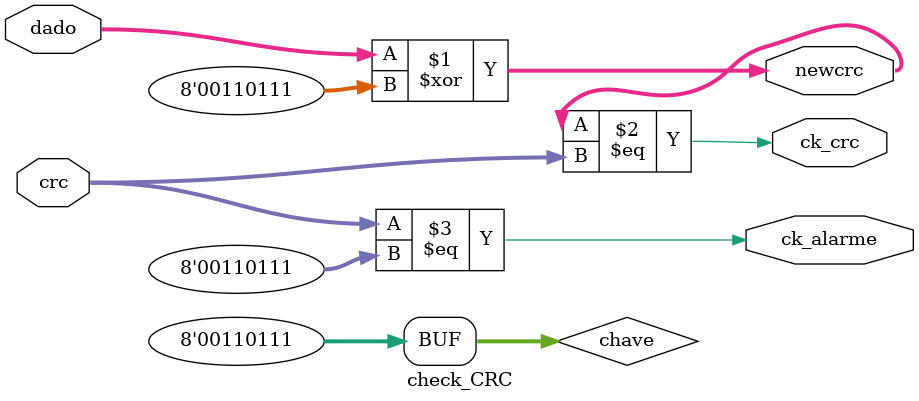
<source format=v>
module check_CRC( ck_crc, ck_alarme, dado, crc, newcrc);
    output wire ck_alarme;
    output wire ck_crc;
    input wire [7:0] dado;
    input wire [7:0] crc;
    wire [7:0] chave;
    output wire [7:0] newcrc;
    assign chave = 8'b00110111;
    assign newcrc = dado ^ chave;
    assign ck_crc = (newcrc == crc);
    assign ck_alarme = (crc == chave);
    
    
    
endmodule

</source>
